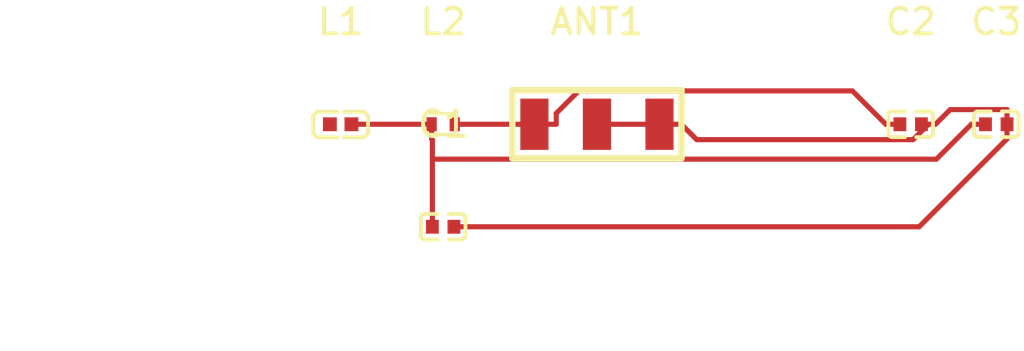
<source format=kicad_pcb>
(kicad_pcb (version 20241229) (generator "pcbnew") (generator_version "9.0")
  (layers (0 "F.Cu" signal) (2 "B.Cu" signal) (13 "F.Paste" user) (15 "B.Paste" user) (5 "F.SilkS" user "F.Silkscreen") (7 "B.SilkS" user "B.Silkscreen") (1 "F.Mask" user) (3 "B.Mask" user) (25 "Edge.Cuts" user))
  (net 0 "")
  (net 1 "Feed")
  (net 2 "_1")
  (net 3 "gnd")
  (net 4 "rf_in")
  (footprint "Murata_Electronics_GCM1555C1H3R3GA16D:C0402" (layer "F.Cu") (at 94 104)
    (property "Reference" "C1" (at 0 -4 0) (layer "F.SilkS"))
    (property "Value" "3.3pF ±2% 50V C0G")
    (fp_line (start -0.87 0.35) (end -0.87 -0.35) (stroke (width 0.15)) (layer "F.SilkS"))
    (fp_line (start -0.72 -0.5) (end -0.22 -0.5) (stroke (width 0.15)) (layer "F.SilkS"))
    (fp_line (start -0.22 0.5) (end -0.72 0.5) (stroke (width 0.15)) (layer "F.SilkS"))
    (fp_line (start 0.22 -0.5) (end 0.72 -0.5) (stroke (width 0.15)) (layer "F.SilkS"))
    (fp_line (start 0.72 0.5) (end 0.22 0.5) (stroke (width 0.15)) (layer "F.SilkS"))
    (fp_line (start 0.87 -0.35) (end 0.87 0.35) (stroke (width 0.15)) (layer "F.SilkS"))
    (fp_arc (start -0.87 -0.35) (mid -0.826066 -0.456066) (end -0.72 -0.5) (stroke (width 0.15)) (layer "F.SilkS"))
    (fp_arc (start -0.72 0.5) (mid -0.826066 0.456066) (end -0.87 0.35) (stroke (width 0.15)) (layer "F.SilkS"))
    (fp_arc (start 0.72 -0.5) (mid 0.826066 -0.456066) (end 0.87 -0.35) (stroke (width 0.15)) (layer "F.SilkS"))
    (fp_arc (start 0.87 0.35) (mid 0.826066 0.456066) (end 0.72 0.5) (stroke (width 0.15)) (layer "F.SilkS"))
    (fp_text user "${REFERENCE}" (at 0 -4 0) (layer "F.SilkS"))
    (pad "1" smd rect (at -0.42 0) (size 0.5 0.54) (layers "F.Cu" "F.Mask" "F.Paste") (net 2 "_1"))
    (pad "2" smd rect (at 0.42 0) (size 0.5 0.54) (layers "F.Cu" "F.Mask" "F.Paste") (net 3 "gnd"))
  )
  (footprint "Murata_Electronics_LQW15AN4N2G80D:IND-SMD_L1.0-W0.5-2" (layer "F.Cu") (at 94 100)
    (property "Reference" "L2" (at 0 -4 0) (layer "F.SilkS"))
    (property "Value" "4.2nH ±2% 1.8A 44mΩ")
    (fp_line (start -0.5 -0.41) (end 0.5 -0.41) (stroke (width 0.13)) (layer "F.SilkS"))
    (fp_line (start -0.5 0.4) (end 0.5 0.4) (stroke (width 0.13)) (layer "F.SilkS"))
    (fp_text user "${REFERENCE}" (at 0 -4 0) (layer "F.SilkS"))
    (pad "1" smd rect (at -0.45 0 90) (size 0.55 0.4) (layers "F.Cu" "F.Mask" "F.Paste") (net 2 "_1"))
    (pad "2" smd rect (at 0.45 0 90) (size 0.55 0.4) (layers "F.Cu" "F.Mask" "F.Paste") (net 1 "Feed"))
  )
  (footprint "Murata_Electronics_GJM1555C1H5R6BB01D:C0402" (layer "F.Cu") (at 115.58 100)
    (property "Reference" "C3" (at 0 -4 0) (layer "F.SilkS"))
    (property "Value" "")
    (fp_line (start -0.87 0.35) (end -0.87 -0.35) (stroke (width 0.15)) (layer "F.SilkS"))
    (fp_line (start -0.72 -0.5) (end -0.22 -0.5) (stroke (width 0.15)) (layer "F.SilkS"))
    (fp_line (start -0.22 0.5) (end -0.72 0.5) (stroke (width 0.15)) (layer "F.SilkS"))
    (fp_line (start 0.22 -0.5) (end 0.72 -0.5) (stroke (width 0.15)) (layer "F.SilkS"))
    (fp_line (start 0.72 0.5) (end 0.22 0.5) (stroke (width 0.15)) (layer "F.SilkS"))
    (fp_line (start 0.87 -0.35) (end 0.87 0.35) (stroke (width 0.15)) (layer "F.SilkS"))
    (fp_arc (start -0.87 -0.35) (mid -0.826066 -0.456066) (end -0.72 -0.5) (stroke (width 0.15)) (layer "F.SilkS"))
    (fp_arc (start -0.72 0.5) (mid -0.826066 0.456066) (end -0.87 0.35) (stroke (width 0.15)) (layer "F.SilkS"))
    (fp_arc (start 0.72 -0.5) (mid 0.826066 -0.456066) (end 0.87 -0.35) (stroke (width 0.15)) (layer "F.SilkS"))
    (fp_arc (start 0.87 0.35) (mid 0.826066 0.456066) (end 0.72 0.5) (stroke (width 0.15)) (layer "F.SilkS"))
    (fp_text user "${REFERENCE}" (at 0 -4 0) (layer "F.SilkS"))
    (pad "1" smd rect (at -0.42 0) (size 0.5 0.54) (layers "F.Cu" "F.Mask" "F.Paste") (net 2 "_1"))
    (pad "2" smd rect (at 0.42 0) (size 0.5 0.54) (layers "F.Cu" "F.Mask" "F.Paste") (net 3 "gnd"))
  )
  (footprint "Murata_Electronics_GJM1555C1H5R6BB01D:C0402" (layer "F.Cu") (at 112.24 100)
    (property "Reference" "C2" (at 0 -4 0) (layer "F.SilkS"))
    (property "Value" "")
    (fp_line (start -0.87 0.35) (end -0.87 -0.35) (stroke (width 0.15)) (layer "F.SilkS"))
    (fp_line (start -0.72 -0.5) (end -0.22 -0.5) (stroke (width 0.15)) (layer "F.SilkS"))
    (fp_line (start -0.22 0.5) (end -0.72 0.5) (stroke (width 0.15)) (layer "F.SilkS"))
    (fp_line (start 0.22 -0.5) (end 0.72 -0.5) (stroke (width 0.15)) (layer "F.SilkS"))
    (fp_line (start 0.72 0.5) (end 0.22 0.5) (stroke (width 0.15)) (layer "F.SilkS"))
    (fp_line (start 0.87 -0.35) (end 0.87 0.35) (stroke (width 0.15)) (layer "F.SilkS"))
    (fp_arc (start -0.87 -0.35) (mid -0.826066 -0.456066) (end -0.72 -0.5) (stroke (width 0.15)) (layer "F.SilkS"))
    (fp_arc (start -0.72 0.5) (mid -0.826066 0.456066) (end -0.87 0.35) (stroke (width 0.15)) (layer "F.SilkS"))
    (fp_arc (start 0.72 -0.5) (mid 0.826066 -0.456066) (end 0.87 -0.35) (stroke (width 0.15)) (layer "F.SilkS"))
    (fp_arc (start 0.87 0.35) (mid 0.826066 0.456066) (end 0.72 0.5) (stroke (width 0.15)) (layer "F.SilkS"))
    (fp_text user "${REFERENCE}" (at 0 -4 0) (layer "F.SilkS"))
    (pad "1" smd rect (at -0.42 0) (size 0.5 0.54) (layers "F.Cu" "F.Mask" "F.Paste") (net 1 "Feed"))
    (pad "2" smd rect (at 0.42 0) (size 0.5 0.54) (layers "F.Cu" "F.Mask" "F.Paste") (net 3 "gnd"))
  )
  (footprint "KYOCERA_AVX_M620720:ANT-SMD_3P-L6.0-W2.0_M620720" (layer "F.Cu") (at 100 100)
    (property "Reference" "ANT1" (at 0 -4 0) (layer "F.SilkS"))
    (property "Value" "")
    (fp_line (start -3.3 -1.33) (end -3.3 1.33) (stroke (width 0.25)) (layer "F.SilkS"))
    (fp_line (start -3.3 1.33) (end 3.17 1.33) (stroke (width 0.25)) (layer "F.SilkS"))
    (fp_line (start 3.17 1.33) (end 3.3 1.33) (stroke (width 0.25)) (layer "F.SilkS"))
    (fp_line (start 3.3 -1.33) (end -3.3 -1.33) (stroke (width 0.25)) (layer "F.SilkS"))
    (fp_line (start 3.3 1.33) (end 3.3 -1.33) (stroke (width 0.25)) (layer "F.SilkS"))
    (fp_text user "${REFERENCE}" (at 0 -4 0) (layer "F.SilkS"))
    (pad "1" smd rect (at -2.44 0) (size 1.1 2) (layers "F.Cu" "F.Mask" "F.Paste") (net 1 "Feed"))
    (pad "2" smd rect (at 0 0) (size 1.1 2) (layers "F.Cu" "F.Mask" "F.Paste") (net 3 "gnd"))
    (pad "3" smd rect (at 2.44 0) (size 1.1 2) (layers "F.Cu" "F.Mask" "F.Paste") (net 3 "gnd"))
  )
  (footprint "Sunlord_SDCL1005C8N2JTDF:L0402" (layer "F.Cu") (at 90 100)
    (property "Reference" "L1" (at 0 -4 0) (layer "F.SilkS"))
    (property "Value" "8.2nH ±5% 3.6GHz 300mA 400mΩ")
    (fp_line (start -1.07 -0.34) (end -0.92 -0.49) (stroke (width 0.15)) (layer "F.SilkS"))
    (fp_line (start -1.07 0.36) (end -1.07 -0.34) (stroke (width 0.15)) (layer "F.SilkS"))
    (fp_line (start -0.92 -0.49) (end -0.13 -0.49) (stroke (width 0.15)) (layer "F.SilkS"))
    (fp_line (start -0.92 0.51) (end -1.07 0.36) (stroke (width 0.15)) (layer "F.SilkS"))
    (fp_line (start -0.13 0.51) (end -0.92 0.51) (stroke (width 0.15)) (layer "F.SilkS"))
    (fp_line (start 0.13 0.51) (end 0.92 0.51) (stroke (width 0.15)) (layer "F.SilkS"))
    (fp_line (start 0.91 -0.49) (end 0.13 -0.49) (stroke (width 0.15)) (layer "F.SilkS"))
    (fp_line (start 0.92 0.51) (end 1.07 0.36) (stroke (width 0.15)) (layer "F.SilkS"))
    (fp_line (start 1.07 -0.33) (end 0.91 -0.49) (stroke (width 0.15)) (layer "F.SilkS"))
    (fp_line (start 1.07 0.36) (end 1.07 -0.33) (stroke (width 0.15)) (layer "F.SilkS"))
    (fp_text user "${REFERENCE}" (at 0 -4 0) (layer "F.SilkS"))
    (pad "1" smd rect (at -0.42 0) (size 0.54 0.54) (layers "F.Cu" "F.Mask" "F.Paste") (net 4 "rf_in"))
    (pad "2" smd rect (at 0.42 0) (size 0.54 0.54) (layers "F.Cu" "F.Mask" "F.Paste") (net 2 "_1"))
  )
  (segment (start 109.9666 98.6983) (end 111.2683 100) (width 0.2) (layer "F.Cu") (net 1))
  (segment (start 97.56 100) (end 98.4117 100) (width 0.2) (layer "F.Cu") (net 1))
  (segment (start 97.56 100) (end 94.45 100) (width 0.2) (layer "F.Cu") (net 1))
  (segment (start 111.82 100) (end 111.2683 100) (width 0.2) (layer "F.Cu") (net 1))
  (segment (start 98.4117 100) (end 98.4117 99.5741) (width 0.2) (layer "F.Cu") (net 1))
  (segment (start 99.2875 98.6983) (end 109.9666 98.6983) (width 0.2) (layer "F.Cu") (net 1))
  (segment (start 98.4117 99.5741) (end 99.2875 98.6983) (width 0.2) (layer "F.Cu") (net 1))
  (segment (start 93.58 100.6067) (end 93.55 100.5767) (width 0.2) (layer "F.Cu") (net 2))
  (segment (start 114.6083 100) (end 113.2458 101.3625) (width 0.2) (layer "F.Cu") (net 2))
  (segment (start 93.55 100) (end 93.55 100.5767) (width 0.2) (layer "F.Cu") (net 2))
  (segment (start 93.58 102.1183) (end 93.58 101.3625) (width 0.2) (layer "F.Cu") (net 2))
  (segment (start 93.58 104) (end 93.58 102.1183) (width 0.2) (layer "F.Cu") (net 2))
  (segment (start 93.58 101.3625) (end 93.58 100.6067) (width 0.2) (layer "F.Cu") (net 2))
  (segment (start 115.16 100) (end 114.6083 100) (width 0.2) (layer "F.Cu") (net 2))
  (segment (start 93.55 100) (end 90.42 100) (width 0.2) (layer "F.Cu") (net 2))
  (segment (start 113.2458 101.3625) (end 93.58 101.3625) (width 0.2) (layer "F.Cu") (net 2))
  (segment (start 112.336 100.5999) (end 103.8916 100.5999) (width 0.2) (layer "F.Cu") (net 3))
  (segment (start 100 100) (end 102.44 100) (width 0.2) (layer "F.Cu") (net 3))
  (segment (start 102.44 100) (end 103.2917 100) (width 0.2) (layer "F.Cu") (net 3))
  (segment (start 116 100) (end 116 100.5717) (width 0.2) (layer "F.Cu") (net 3))
  (segment (start 116 100.5717) (end 112.5717 104) (width 0.2) (layer "F.Cu") (net 3))
  (segment (start 112.9359 100) (end 113.2117 100) (width 0.2) (layer "F.Cu") (net 3))
  (segment (start 112.9359 100) (end 112.336 100.5999) (width 0.2) (layer "F.Cu") (net 3))
  (segment (start 112.66 100) (end 112.9359 100) (width 0.2) (layer "F.Cu") (net 3))
  (segment (start 113.7834 99.4283) (end 116 99.4283) (width 0.2) (layer "F.Cu") (net 3))
  (segment (start 112.5717 104) (end 94.42 104) (width 0.2) (layer "F.Cu") (net 3))
  (segment (start 103.8916 100.5999) (end 103.2917 100) (width 0.2) (layer "F.Cu") (net 3))
  (segment (start 116 100) (end 116 99.4283) (width 0.2) (layer "F.Cu") (net 3))
  (segment (start 113.2117 100) (end 113.7834 99.4283) (width 0.2) (layer "F.Cu") (net 3))
)
</source>
